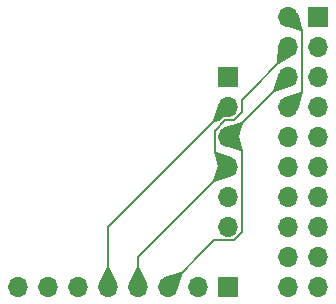
<source format=gtl>
G04 #@! TF.GenerationSoftware,KiCad,Pcbnew,8.0.4*
G04 #@! TF.CreationDate,2024-08-09T15:13:23+02:00*
G04 #@! TF.ProjectId,acorn-userport-microsd-adapter,61636f72-6e2d-4757-9365-72706f72742d,rev?*
G04 #@! TF.SameCoordinates,Original*
G04 #@! TF.FileFunction,Copper,L1,Top*
G04 #@! TF.FilePolarity,Positive*
%FSLAX46Y46*%
G04 Gerber Fmt 4.6, Leading zero omitted, Abs format (unit mm)*
G04 Created by KiCad (PCBNEW 8.0.4) date 2024-08-09 15:13:23*
%MOMM*%
%LPD*%
G01*
G04 APERTURE LIST*
G04 #@! TA.AperFunction,ComponentPad*
%ADD10R,1.700000X1.700000*%
G04 #@! TD*
G04 #@! TA.AperFunction,ComponentPad*
%ADD11O,1.700000X1.700000*%
G04 #@! TD*
G04 #@! TA.AperFunction,Conductor*
%ADD12C,0.200000*%
G04 #@! TD*
G04 APERTURE END LIST*
D10*
X152400000Y-50800000D03*
D11*
X149860000Y-50800000D03*
X152400000Y-53340000D03*
X149860000Y-53340000D03*
X152400000Y-55880000D03*
X149860000Y-55880000D03*
X152400000Y-58420000D03*
X149860000Y-58420000D03*
X152400000Y-60960000D03*
X149860000Y-60960000D03*
X152400000Y-63500000D03*
X149860000Y-63500000D03*
X152400000Y-66040000D03*
X149860000Y-66040000D03*
X152400000Y-68580000D03*
X149860000Y-68580000D03*
X152400000Y-71120000D03*
X149860000Y-71120000D03*
X152400000Y-73660000D03*
X149860000Y-73660000D03*
D10*
X144780000Y-55880000D03*
D11*
X144780000Y-58420000D03*
X144780000Y-60960000D03*
X144780000Y-63500000D03*
X144780000Y-66040000D03*
X144780000Y-68580000D03*
D10*
X144765000Y-73660000D03*
D11*
X142225000Y-73660000D03*
X139685000Y-73660000D03*
X137145000Y-73660000D03*
X134605000Y-73660000D03*
X132065000Y-73660000D03*
X129525000Y-73660000D03*
X126985000Y-73660000D03*
D12*
X134605000Y-68595000D02*
X144780000Y-58420000D01*
X134605000Y-73660000D02*
X134605000Y-68595000D01*
X137145000Y-71135000D02*
X137145000Y-73660000D01*
X144780000Y-63500000D02*
X137145000Y-71135000D01*
X143630000Y-60483654D02*
X143630000Y-62350000D01*
X144543654Y-59570000D02*
X143630000Y-60483654D01*
X145256346Y-59570000D02*
X144543654Y-59570000D01*
X145930000Y-57835685D02*
X145930000Y-58896346D01*
X143630000Y-62350000D02*
X144780000Y-63500000D01*
X149860000Y-53905685D02*
X145930000Y-57835685D01*
X149860000Y-53340000D02*
X149860000Y-53905685D01*
X145930000Y-58896346D02*
X145256346Y-59570000D01*
X149860000Y-55880000D02*
X144780000Y-60960000D01*
X143615000Y-69730000D02*
X139685000Y-73660000D01*
X145256346Y-69730000D02*
X143615000Y-69730000D01*
X145930000Y-69056346D02*
X145256346Y-69730000D01*
X145930000Y-62110000D02*
X145930000Y-69056346D01*
X144780000Y-60960000D02*
X145930000Y-62110000D01*
X151010000Y-57270000D02*
X149860000Y-58420000D01*
X151010000Y-51950000D02*
X151010000Y-57270000D01*
X149860000Y-50800000D02*
X151010000Y-51950000D01*
G04 #@! TA.AperFunction,Conductor*
G36*
X144006282Y-58099501D02*
G01*
X144776215Y-58417438D01*
X144782552Y-58423761D01*
X144782562Y-58423785D01*
X145100497Y-59193714D01*
X145100488Y-59202669D01*
X145094149Y-59208994D01*
X145093396Y-59209275D01*
X144915251Y-59268895D01*
X144911538Y-59269500D01*
X144504089Y-59269500D01*
X144427666Y-59289977D01*
X144427662Y-59289979D01*
X144359146Y-59329537D01*
X144359141Y-59329541D01*
X144172513Y-59516168D01*
X144167953Y-59518990D01*
X143655495Y-59690494D01*
X143646562Y-59689870D01*
X143643509Y-59687672D01*
X143512327Y-59556490D01*
X143508900Y-59548217D01*
X143509503Y-59544510D01*
X143990725Y-58106601D01*
X143996599Y-58099845D01*
X144005532Y-58099221D01*
X144006282Y-58099501D01*
G37*
G04 #@! TD.AperFunction*
G04 #@! TA.AperFunction,Conductor*
G36*
X134706032Y-71963427D02*
G01*
X134708230Y-71966480D01*
X135384706Y-73323502D01*
X135385330Y-73332435D01*
X135379455Y-73339193D01*
X135378724Y-73339527D01*
X134609489Y-73659134D01*
X134600534Y-73659143D01*
X134600511Y-73659134D01*
X133831275Y-73339527D01*
X133824950Y-73333188D01*
X133824959Y-73324233D01*
X133825285Y-73323518D01*
X134501770Y-71966480D01*
X134508528Y-71960605D01*
X134512241Y-71960000D01*
X134697759Y-71960000D01*
X134706032Y-71963427D01*
G37*
G04 #@! TD.AperFunction*
G04 #@! TA.AperFunction,Conductor*
G36*
X137246032Y-71963427D02*
G01*
X137248230Y-71966480D01*
X137924706Y-73323502D01*
X137925330Y-73332435D01*
X137919455Y-73339193D01*
X137918724Y-73339527D01*
X137149489Y-73659134D01*
X137140534Y-73659143D01*
X137140511Y-73659134D01*
X136371275Y-73339527D01*
X136364950Y-73333188D01*
X136364959Y-73324233D01*
X136365285Y-73323518D01*
X137041770Y-71966480D01*
X137048528Y-71960605D01*
X137052241Y-71960000D01*
X137237759Y-71960000D01*
X137246032Y-71963427D01*
G37*
G04 #@! TD.AperFunction*
G04 #@! TA.AperFunction,Conductor*
G36*
X144006282Y-63179501D02*
G01*
X144776215Y-63497438D01*
X144782552Y-63503761D01*
X144782562Y-63503785D01*
X145100497Y-64273714D01*
X145100488Y-64282669D01*
X145094149Y-64288994D01*
X145093396Y-64289275D01*
X143655495Y-64770494D01*
X143646562Y-64769870D01*
X143643509Y-64767672D01*
X143512327Y-64636490D01*
X143508900Y-64628217D01*
X143509503Y-64624510D01*
X143990725Y-63186601D01*
X143996599Y-63179845D01*
X144005532Y-63179221D01*
X144006282Y-63179501D01*
G37*
G04 #@! TD.AperFunction*
G04 #@! TA.AperFunction,Conductor*
G36*
X143731734Y-62276897D02*
G01*
X145093159Y-62710838D01*
X145100001Y-62716615D01*
X145100753Y-62725538D01*
X145100417Y-62726458D01*
X144781856Y-63496512D01*
X144775527Y-63502846D01*
X144775511Y-63502853D01*
X144006658Y-63820343D01*
X143997703Y-63820334D01*
X143991378Y-63813995D01*
X143990985Y-63812891D01*
X143534519Y-62291407D01*
X143535424Y-62282498D01*
X143542364Y-62276838D01*
X143545726Y-62276345D01*
X143728182Y-62276345D01*
X143731734Y-62276897D01*
G37*
G04 #@! TD.AperFunction*
G04 #@! TA.AperFunction,Conductor*
G36*
X149861148Y-53342719D02*
G01*
X149863696Y-53346533D01*
X150181520Y-54116191D01*
X150181511Y-54125146D01*
X150176948Y-54130553D01*
X149100431Y-54809593D01*
X149091605Y-54811108D01*
X149085916Y-54807970D01*
X148954748Y-54676802D01*
X148951321Y-54668529D01*
X148951332Y-54668013D01*
X149009506Y-53351173D01*
X149013295Y-53343060D01*
X149021183Y-53339990D01*
X149852873Y-53339299D01*
X149861148Y-53342719D01*
G37*
G04 #@! TD.AperFunction*
G04 #@! TA.AperFunction,Conductor*
G36*
X149086282Y-55559501D02*
G01*
X149856215Y-55877438D01*
X149862552Y-55883761D01*
X149862562Y-55883785D01*
X150180497Y-56653714D01*
X150180488Y-56662669D01*
X150174149Y-56668994D01*
X150173396Y-56669275D01*
X148735495Y-57150494D01*
X148726562Y-57149870D01*
X148723509Y-57147672D01*
X148592327Y-57016490D01*
X148588900Y-57008217D01*
X148589503Y-57004510D01*
X149070725Y-55566601D01*
X149076599Y-55559845D01*
X149085532Y-55559221D01*
X149086282Y-55559501D01*
G37*
G04 #@! TD.AperFunction*
G04 #@! TA.AperFunction,Conductor*
G36*
X145913437Y-59690129D02*
G01*
X145916490Y-59692327D01*
X146047672Y-59823509D01*
X146051099Y-59831782D01*
X146050494Y-59835495D01*
X145569275Y-61273396D01*
X145563400Y-61280154D01*
X145554467Y-61280778D01*
X145553714Y-61280497D01*
X144783785Y-60962562D01*
X144777447Y-60956238D01*
X144459502Y-60186284D01*
X144459511Y-60177330D01*
X144465850Y-60171005D01*
X144466581Y-60170731D01*
X145904506Y-59689505D01*
X145913437Y-59690129D01*
G37*
G04 #@! TD.AperFunction*
G04 #@! TA.AperFunction,Conductor*
G36*
X140818437Y-72390129D02*
G01*
X140821490Y-72392327D01*
X140952672Y-72523509D01*
X140956099Y-72531782D01*
X140955494Y-72535495D01*
X140474275Y-73973396D01*
X140468400Y-73980154D01*
X140459467Y-73980778D01*
X140458714Y-73980497D01*
X139688785Y-73662562D01*
X139682447Y-73656238D01*
X139364502Y-72886284D01*
X139364511Y-72877330D01*
X139370850Y-72871005D01*
X139371581Y-72870731D01*
X140809506Y-72389505D01*
X140818437Y-72390129D01*
G37*
G04 #@! TD.AperFunction*
G04 #@! TA.AperFunction,Conductor*
G36*
X145562296Y-60639665D02*
G01*
X145568621Y-60646004D01*
X145569014Y-60647108D01*
X146025481Y-62168593D01*
X146024576Y-62177502D01*
X146017636Y-62183162D01*
X146014274Y-62183655D01*
X145831818Y-62183655D01*
X145828265Y-62183102D01*
X144466840Y-61749161D01*
X144459998Y-61743384D01*
X144459246Y-61734461D01*
X144459576Y-61733555D01*
X144778144Y-60963485D01*
X144784471Y-60957153D01*
X145553342Y-60639656D01*
X145562296Y-60639665D01*
G37*
G04 #@! TD.AperFunction*
G04 #@! TA.AperFunction,Conductor*
G36*
X151102547Y-57199772D02*
G01*
X151105974Y-57208045D01*
X151105481Y-57211407D01*
X150649014Y-58732891D01*
X150643354Y-58739831D01*
X150634445Y-58740736D01*
X150633341Y-58740343D01*
X149864488Y-58422853D01*
X149858150Y-58416529D01*
X149539582Y-57646457D01*
X149539586Y-57637503D01*
X149545920Y-57631174D01*
X149546828Y-57630842D01*
X150908265Y-57196897D01*
X150911818Y-57196345D01*
X151094274Y-57196345D01*
X151102547Y-57199772D01*
G37*
G04 #@! TD.AperFunction*
G04 #@! TA.AperFunction,Conductor*
G36*
X150642296Y-50479665D02*
G01*
X150648621Y-50486004D01*
X150649014Y-50487108D01*
X151105481Y-52008593D01*
X151104576Y-52017502D01*
X151097636Y-52023162D01*
X151094274Y-52023655D01*
X150911818Y-52023655D01*
X150908265Y-52023102D01*
X149546840Y-51589161D01*
X149539998Y-51583384D01*
X149539246Y-51574461D01*
X149539576Y-51573555D01*
X149858144Y-50803485D01*
X149864471Y-50797153D01*
X150633342Y-50479656D01*
X150642296Y-50479665D01*
G37*
G04 #@! TD.AperFunction*
M02*

</source>
